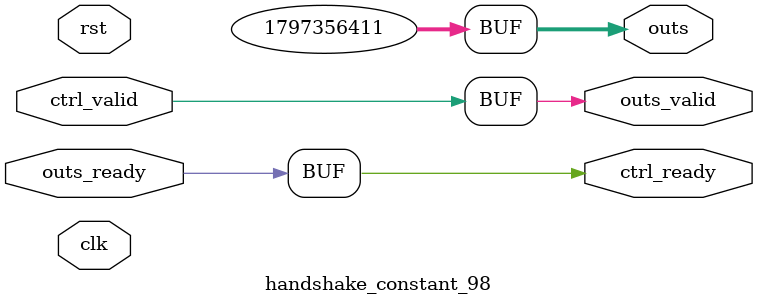
<source format=v>
`timescale 1ns / 1ps
module handshake_constant_98 #(
  parameter DATA_WIDTH = 32  // Default set to 32 bits
) (
  input                       clk,
  input                       rst,
  // Input Channel
  input                       ctrl_valid,
  output                      ctrl_ready,
  // Output Channel
  output [DATA_WIDTH - 1 : 0] outs,
  output                      outs_valid,
  input                       outs_ready
);
  assign outs       = 37'b0110001101011001000010111101101111011;
  assign outs_valid = ctrl_valid;
  assign ctrl_ready = outs_ready;

endmodule

</source>
